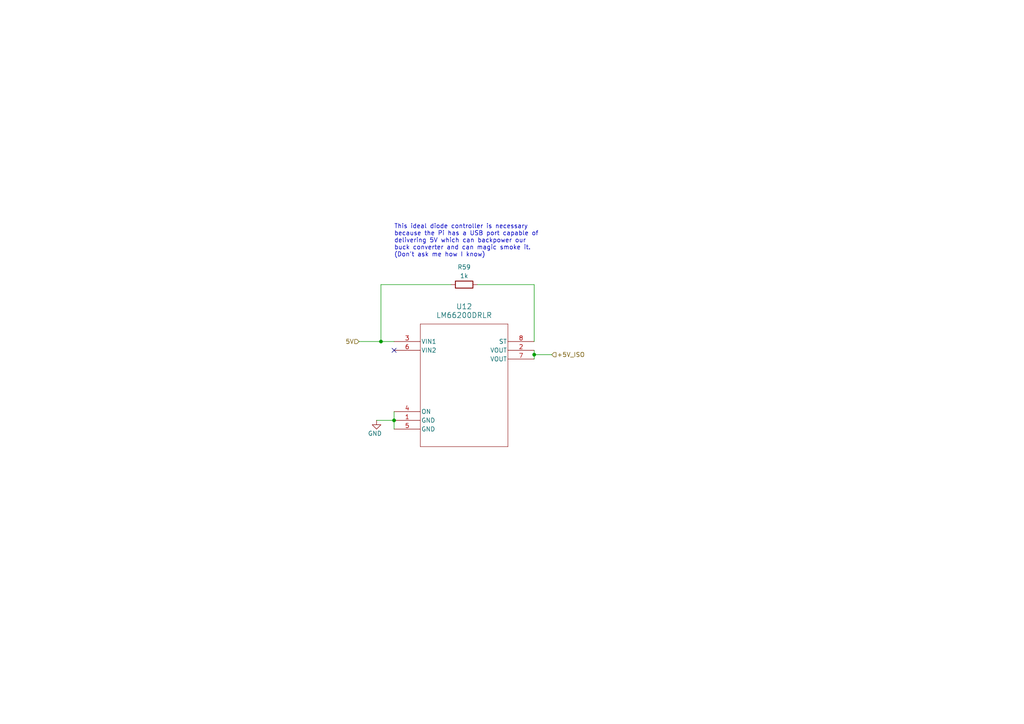
<source format=kicad_sch>
(kicad_sch (version 20250114) (generator "eeschema") (generator_version "9.0")
  (paper "A4")
  (title_block (date "2025-11-05") (rev "1") (company "Purdue Space Program Liquids"))
  (lib_symbols
    (symbol "Device:R" (pin_numbers (hide yes)) (pin_names (offset 0))
      (property "Reference" "R" (at 2.032 0 90))
      (property "Value" "R" (at 0 0 90))
      (symbol "R_0_1"
        (rectangle (start -1.016 -2.54) (end 1.016 2.54) (stroke (width 0.254)))
      )
      (symbol "R_1_1"
        (pin passive line (at 0 3.81 270) (length 1.27) (name "~") (number "1"))
        (pin passive line (at 0 -3.81 90) (length 1.27) (name "~") (number "2"))
      )
    )
    (symbol "avi_lib:LM66200DRLR" (pin_names (offset 0.254))
      (property "Reference" "U12" (at 20.32 10.16 0))
      (property "Value" "LM66200DRLR" (at 20.32 7.62 0))
      (symbol "LM66200DRLR_0_1"
        (polyline (pts (xy 7.62 5.08) (xy 7.62 -30.48)) (stroke (width 0.127)))
        (polyline (pts (xy 7.62 -30.48) (xy 33.02 -30.48)) (stroke (width 0.127)))
        (polyline (pts (xy 33.02 5.08) (xy 7.62 5.08)) (stroke (width 0.127)))
        (polyline (pts (xy 33.02 -30.48) (xy 33.02 5.08)) (stroke (width 0.127)))
        (pin input line (at 0 0 0) (length 7.62) (name "VIN1") (number "3"))
        (pin input line (at 0 -2.54 0) (length 7.62) (name "VIN2") (number "6"))
        (pin input line (at 0 -20.32 0) (length 7.62) (name "ON") (number "4"))
        (pin power_out line (at 0 -22.86 0) (length 7.62) (name "GND") (number "1"))
        (pin power_out line (at 0 -25.4 0) (length 7.62) (name "GND") (number "5"))
        (pin output line (at 40.64 0 180) (length 7.62) (name "ST") (number "8"))
        (pin power_in line (at 40.64 -2.54 180) (length 7.62) (name "VOUT") (number "2"))
        (pin output line (at 40.64 -5.08 180) (length 7.62) (name "VOUT") (number "7"))
      )
    )
    (symbol "power:GND" (power) (pin_numbers (hide yes)) (pin_names (offset 0) (hide yes))
      (property "Value" "GND" (at 0 -3.81 0))
      (symbol "GND_0_1"
        (polyline (pts (xy 0 0) (xy 0 -1.27) (xy 1.27 -1.27) (xy 0 -2.54) (xy -1.27 -1.27) (xy 0 -1.27)))
      )
      (symbol "GND_1_1"
        (pin power_in line (at 0 0 270) (length 0) (name "~") (number "1"))
      )
    )
  )
  (text "This ideal diode controller is necessary\nbecause the Pi has a USB port capable of\ndelivering 5V which can backpower our\nbuck converter and can magic smoke it.\n(Don't ask me how I know)" (at 114.3 69.85 0) (effects (font (size 1.27 1.27)) (justify left)))
  (junction (at 114.3 121.92))
  (junction (at 110.49 99.06))
  (junction (at 154.94 102.87))
  (no_connect (at 114.3 101.6))
  (wire (pts (xy 138.43 82.55) (xy 154.94 82.55)))
  (wire (pts (xy 114.3 121.92) (xy 114.3 124.46)))
  (wire (pts (xy 154.94 102.87) (xy 154.94 104.14)))
  (wire (pts (xy 114.3 119.38) (xy 114.3 121.92)))
  (wire (pts (xy 110.49 82.55) (xy 130.81 82.55)))
  (wire (pts (xy 154.94 101.6) (xy 154.94 102.87)))
  (wire (pts (xy 154.94 82.55) (xy 154.94 99.06)))
  (wire (pts (xy 104.14 99.06) (xy 110.49 99.06)))
  (wire (pts (xy 154.94 102.87) (xy 160.02 102.87)))
  (wire (pts (xy 110.49 99.06) (xy 110.49 82.55)))
  (wire (pts (xy 110.49 99.06) (xy 114.3 99.06)))
  (wire (pts (xy 109.22 121.92) (xy 114.3 121.92)))
  (hierarchical_label "+5V_ISO" (shape input) (at 160.02 102.87 0))
  (hierarchical_label "5V" (shape input) (at 104.14 99.06 180))
  (symbol (lib_id "power:GND") (at 109.22 121.92 0) (unit 1)
    (property "Reference" "#PWR055" (effects (hide yes)))
    (property "Value" "GND" (at 106.68 125.73 0) (effects (justify left)))
    (property "Description" "Power symbol creates a global label with name \"GND\" , ground" (effects (hide yes)))
  )
  (symbol (lib_id "Device:R") (at 134.62 82.55 90) (unit 1)
    (property "Reference" "R59" (at 134.62 77.47 90))
    (property "Value" "1k" (at 134.62 80.01 90))
    (property "Footprint" "Resistor_SMD:R_0603_1608Metric" (effects (hide yes)))
    (property "Description" "Resistor" (effects (hide yes)))
    (property "DIGIKEY PART N" "YAG1237CT-ND" (effects (hide yes)))
  )
  (symbol (lib_id "avi_lib:LM66200DRLR") (at 114.3 99.06 0) (unit 1)
    (property "Reference" "U12" (at 134.62 88.9 0) (effects (font (size 1.524 1.524))))
    (property "Value" "LM66200DRLR" (at 134.62 91.44 0) (effects (font (size 1.524 1.524))))
    (property "Footprint" "avi_lib:SOT-5X3_DRL_TEX-L" (effects (hide yes)))
    (property "Datasheet" "https://www.ti.com/lit/gpn/lm66200" (effects (hide yes)))
  )
)
</source>
